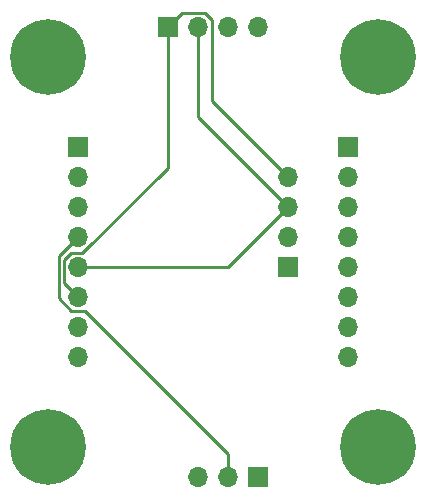
<source format=gbr>
%TF.GenerationSoftware,KiCad,Pcbnew,5.1.10-6.fc33*%
%TF.CreationDate,2021-11-22T15:00:23-05:00*%
%TF.ProjectId,ha_monitor,68615f6d-6f6e-4697-946f-722e6b696361,rev?*%
%TF.SameCoordinates,Original*%
%TF.FileFunction,Copper,L2,Bot*%
%TF.FilePolarity,Positive*%
%FSLAX46Y46*%
G04 Gerber Fmt 4.6, Leading zero omitted, Abs format (unit mm)*
G04 Created by KiCad (PCBNEW 5.1.10-6.fc33) date 2021-11-22 15:00:23*
%MOMM*%
%LPD*%
G01*
G04 APERTURE LIST*
%TA.AperFunction,ComponentPad*%
%ADD10O,1.700000X1.700000*%
%TD*%
%TA.AperFunction,ComponentPad*%
%ADD11R,1.700000X1.700000*%
%TD*%
%TA.AperFunction,ComponentPad*%
%ADD12C,6.400000*%
%TD*%
%TA.AperFunction,Conductor*%
%ADD13C,0.250000*%
%TD*%
G04 APERTURE END LIST*
D10*
%TO.P,J4,4*%
%TO.N,D1*%
X68580000Y-53340000D03*
%TO.P,J4,3*%
%TO.N,D2*%
X68580000Y-55880000D03*
%TO.P,J4,2*%
%TO.N,GND*%
X68580000Y-58420000D03*
D11*
%TO.P,J4,1*%
%TO.N,5V*%
X68580000Y-60960000D03*
%TD*%
%TO.P,J1,1*%
%TO.N,D1*%
X58420000Y-40640000D03*
D10*
%TO.P,J1,2*%
%TO.N,D2*%
X60960000Y-40640000D03*
%TO.P,J1,3*%
%TO.N,5V*%
X63500000Y-40640000D03*
%TO.P,J1,4*%
%TO.N,GND*%
X66040000Y-40640000D03*
%TD*%
D11*
%TO.P,J2,1*%
%TO.N,5V*%
X50800000Y-50800000D03*
D10*
%TO.P,J2,2*%
%TO.N,GND*%
X50800000Y-53340000D03*
%TO.P,J2,3*%
%TO.N,Net-(J2-Pad3)*%
X50800000Y-55880000D03*
%TO.P,J2,4*%
%TO.N,D3*%
X50800000Y-58420000D03*
%TO.P,J2,5*%
%TO.N,D2*%
X50800000Y-60960000D03*
%TO.P,J2,6*%
%TO.N,D1*%
X50800000Y-63500000D03*
%TO.P,J2,7*%
%TO.N,Net-(J2-Pad7)*%
X50800000Y-66040000D03*
%TO.P,J2,8*%
%TO.N,Net-(J2-Pad8)*%
X50800000Y-68580000D03*
%TD*%
%TO.P,J3,8*%
%TO.N,Net-(J3-Pad8)*%
X73660000Y-68580000D03*
%TO.P,J3,7*%
%TO.N,Net-(J3-Pad7)*%
X73660000Y-66040000D03*
%TO.P,J3,6*%
%TO.N,Net-(J3-Pad6)*%
X73660000Y-63500000D03*
%TO.P,J3,5*%
%TO.N,Net-(J3-Pad5)*%
X73660000Y-60960000D03*
%TO.P,J3,4*%
%TO.N,Net-(J3-Pad4)*%
X73660000Y-58420000D03*
%TO.P,J3,3*%
%TO.N,Net-(J3-Pad3)*%
X73660000Y-55880000D03*
%TO.P,J3,2*%
%TO.N,Net-(J3-Pad2)*%
X73660000Y-53340000D03*
D11*
%TO.P,J3,1*%
%TO.N,Net-(J3-Pad1)*%
X73660000Y-50800000D03*
%TD*%
D12*
%TO.P,H1,1*%
%TO.N,Net-(H1-Pad1)*%
X48260000Y-76200000D03*
%TD*%
%TO.P,H2,1*%
%TO.N,Net-(H2-Pad1)*%
X48260000Y-43180000D03*
%TD*%
%TO.P,H3,1*%
%TO.N,Net-(H3-Pad1)*%
X76200000Y-43180000D03*
%TD*%
%TO.P,H4,1*%
%TO.N,Net-(H4-Pad1)*%
X76200000Y-76200000D03*
%TD*%
D11*
%TO.P,J5,1*%
%TO.N,5V*%
X66040000Y-78740000D03*
D10*
%TO.P,J5,2*%
%TO.N,D3*%
X63500000Y-78740000D03*
%TO.P,J5,3*%
%TO.N,GND*%
X60960000Y-78740000D03*
%TD*%
D13*
%TO.N,D1*%
X50235999Y-59784999D02*
X51174003Y-59784999D01*
X51174003Y-59784999D02*
X58420000Y-52539002D01*
X49624999Y-60395999D02*
X50235999Y-59784999D01*
X49624999Y-62324999D02*
X49624999Y-60395999D01*
X58420000Y-52539002D02*
X58420000Y-40640000D01*
X50800000Y-63500000D02*
X49624999Y-62324999D01*
X62135001Y-46895001D02*
X68580000Y-53340000D01*
X62135001Y-40075999D02*
X62135001Y-46895001D01*
X61524001Y-39464999D02*
X62135001Y-40075999D01*
X59595001Y-39464999D02*
X61524001Y-39464999D01*
X58420000Y-40640000D02*
X59595001Y-39464999D01*
%TO.N,D2*%
X63500000Y-60960000D02*
X68580000Y-55880000D01*
X50800000Y-60960000D02*
X63500000Y-60960000D01*
X60960000Y-48260000D02*
X60960000Y-40640000D01*
X68580000Y-55880000D02*
X60960000Y-48260000D01*
%TO.N,D3*%
X49174990Y-60045010D02*
X50800000Y-58420000D01*
X49174990Y-63613992D02*
X49174990Y-60045010D01*
X50235999Y-64675001D02*
X49174990Y-63613992D01*
X51364001Y-64675001D02*
X50235999Y-64675001D01*
X63500000Y-76811000D02*
X51364001Y-64675001D01*
X63500000Y-78740000D02*
X63500000Y-76811000D01*
%TD*%
M02*

</source>
